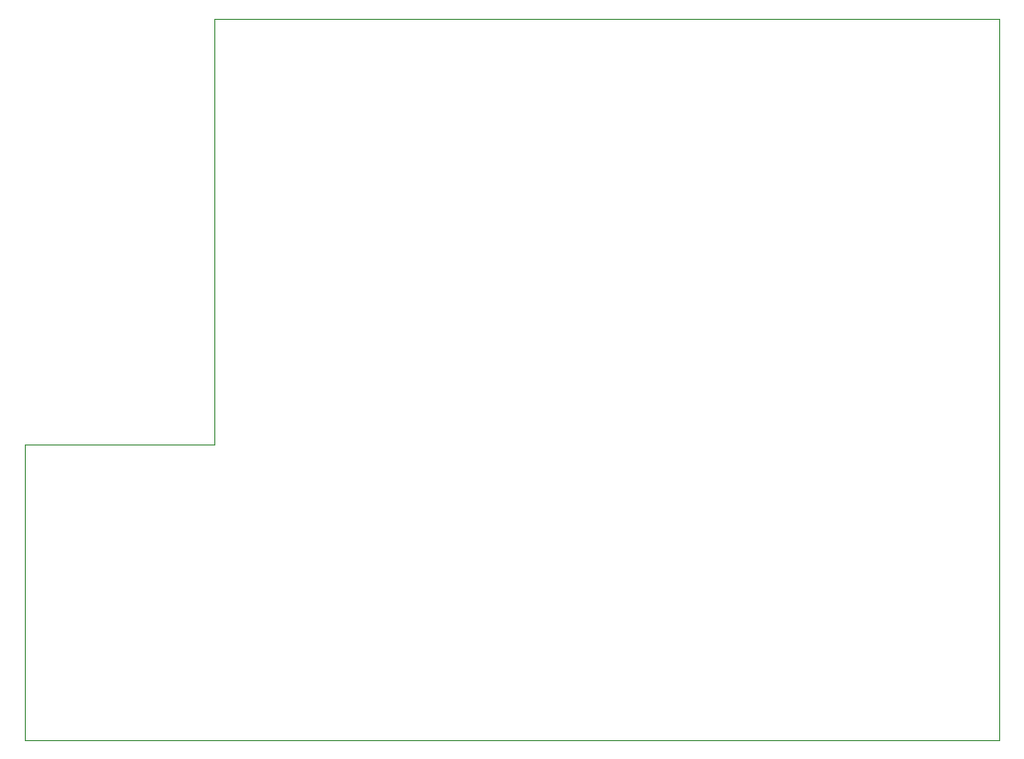
<source format=gbr>
G04 #@! TF.GenerationSoftware,KiCad,Pcbnew,5.0.2-bee76a0~70~ubuntu16.04.1*
G04 #@! TF.CreationDate,2019-09-09T00:06:54-05:00*
G04 #@! TF.ProjectId,sensor_machine,73656e73-6f72-45f6-9d61-6368696e652e,V1*
G04 #@! TF.SameCoordinates,Original*
G04 #@! TF.FileFunction,Profile,NP*
%FSLAX46Y46*%
G04 Gerber Fmt 4.6, Leading zero omitted, Abs format (unit mm)*
G04 Created by KiCad (PCBNEW 5.0.2-bee76a0~70~ubuntu16.04.1) date lun 09 sep 2019 00:06:54 -05*
%MOMM*%
%LPD*%
G01*
G04 APERTURE LIST*
%ADD10C,0.100000*%
G04 APERTURE END LIST*
D10*
X110934500Y-101244400D02*
X110934500Y-126517400D01*
X127101600Y-64935100D02*
X194030600Y-64935100D01*
X127101600Y-101244400D02*
X127101600Y-64947800D01*
X110934500Y-101244400D02*
X127101600Y-101244400D01*
X194030600Y-126504700D02*
X110934500Y-126517400D01*
X194030600Y-64935100D02*
X194030600Y-126504700D01*
M02*

</source>
